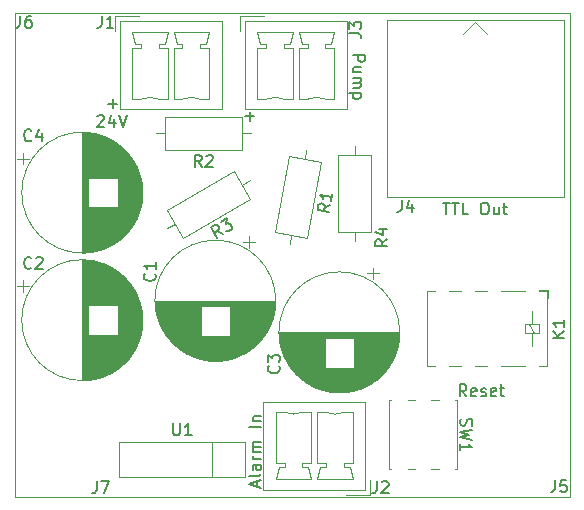
<source format=gto>
%TF.GenerationSoftware,KiCad,Pcbnew,(6.0.7)*%
%TF.CreationDate,2022-08-25T15:43:46-04:00*%
%TF.ProjectId,chiller_interlock,6368696c-6c65-4725-9f69-6e7465726c6f,rev?*%
%TF.SameCoordinates,Original*%
%TF.FileFunction,Legend,Top*%
%TF.FilePolarity,Positive*%
%FSLAX46Y46*%
G04 Gerber Fmt 4.6, Leading zero omitted, Abs format (unit mm)*
G04 Created by KiCad (PCBNEW (6.0.7)) date 2022-08-25 15:43:46*
%MOMM*%
%LPD*%
G01*
G04 APERTURE LIST*
%TA.AperFunction,Profile*%
%ADD10C,0.100000*%
%TD*%
%ADD11C,0.150000*%
%ADD12C,0.120000*%
G04 APERTURE END LIST*
D10*
X168000000Y-91000000D02*
X215000000Y-91000000D01*
X215000000Y-50000000D02*
X168000000Y-50000000D01*
X168000000Y-50000000D02*
X168000000Y-91000000D01*
X215000000Y-91000000D02*
X215000000Y-50000000D01*
D11*
X175009523Y-58747619D02*
X175057142Y-58700000D01*
X175152380Y-58652380D01*
X175390476Y-58652380D01*
X175485714Y-58700000D01*
X175533333Y-58747619D01*
X175580952Y-58842857D01*
X175580952Y-58938095D01*
X175533333Y-59080952D01*
X174961904Y-59652380D01*
X175580952Y-59652380D01*
X176438095Y-58985714D02*
X176438095Y-59652380D01*
X176200000Y-58604761D02*
X175961904Y-59319047D01*
X176580952Y-59319047D01*
X176819047Y-58652380D02*
X177152380Y-59652380D01*
X177485714Y-58652380D01*
X206261904Y-82452380D02*
X205928571Y-81976190D01*
X205690476Y-82452380D02*
X205690476Y-81452380D01*
X206071428Y-81452380D01*
X206166666Y-81500000D01*
X206214285Y-81547619D01*
X206261904Y-81642857D01*
X206261904Y-81785714D01*
X206214285Y-81880952D01*
X206166666Y-81928571D01*
X206071428Y-81976190D01*
X205690476Y-81976190D01*
X207071428Y-82404761D02*
X206976190Y-82452380D01*
X206785714Y-82452380D01*
X206690476Y-82404761D01*
X206642857Y-82309523D01*
X206642857Y-81928571D01*
X206690476Y-81833333D01*
X206785714Y-81785714D01*
X206976190Y-81785714D01*
X207071428Y-81833333D01*
X207119047Y-81928571D01*
X207119047Y-82023809D01*
X206642857Y-82119047D01*
X207500000Y-82404761D02*
X207595238Y-82452380D01*
X207785714Y-82452380D01*
X207880952Y-82404761D01*
X207928571Y-82309523D01*
X207928571Y-82261904D01*
X207880952Y-82166666D01*
X207785714Y-82119047D01*
X207642857Y-82119047D01*
X207547619Y-82071428D01*
X207500000Y-81976190D01*
X207500000Y-81928571D01*
X207547619Y-81833333D01*
X207642857Y-81785714D01*
X207785714Y-81785714D01*
X207880952Y-81833333D01*
X208738095Y-82404761D02*
X208642857Y-82452380D01*
X208452380Y-82452380D01*
X208357142Y-82404761D01*
X208309523Y-82309523D01*
X208309523Y-81928571D01*
X208357142Y-81833333D01*
X208452380Y-81785714D01*
X208642857Y-81785714D01*
X208738095Y-81833333D01*
X208785714Y-81928571D01*
X208785714Y-82023809D01*
X208309523Y-82119047D01*
X209071428Y-81785714D02*
X209452380Y-81785714D01*
X209214285Y-81452380D02*
X209214285Y-82309523D01*
X209261904Y-82404761D01*
X209357142Y-82452380D01*
X209452380Y-82452380D01*
X196647619Y-53566666D02*
X197647619Y-53566666D01*
X197647619Y-53947619D01*
X197600000Y-54042857D01*
X197552380Y-54090476D01*
X197457142Y-54138095D01*
X197314285Y-54138095D01*
X197219047Y-54090476D01*
X197171428Y-54042857D01*
X197123809Y-53947619D01*
X197123809Y-53566666D01*
X197314285Y-54995238D02*
X196647619Y-54995238D01*
X197314285Y-54566666D02*
X196790476Y-54566666D01*
X196695238Y-54614285D01*
X196647619Y-54709523D01*
X196647619Y-54852380D01*
X196695238Y-54947619D01*
X196742857Y-54995238D01*
X196647619Y-55471428D02*
X197314285Y-55471428D01*
X197219047Y-55471428D02*
X197266666Y-55519047D01*
X197314285Y-55614285D01*
X197314285Y-55757142D01*
X197266666Y-55852380D01*
X197171428Y-55900000D01*
X196647619Y-55900000D01*
X197171428Y-55900000D02*
X197266666Y-55947619D01*
X197314285Y-56042857D01*
X197314285Y-56185714D01*
X197266666Y-56280952D01*
X197171428Y-56328571D01*
X196647619Y-56328571D01*
X197314285Y-56804761D02*
X196314285Y-56804761D01*
X197266666Y-56804761D02*
X197314285Y-56900000D01*
X197314285Y-57090476D01*
X197266666Y-57185714D01*
X197219047Y-57233333D01*
X197123809Y-57280952D01*
X196838095Y-57280952D01*
X196742857Y-57233333D01*
X196695238Y-57185714D01*
X196647619Y-57090476D01*
X196647619Y-56900000D01*
X196695238Y-56804761D01*
X188566666Y-90100000D02*
X188566666Y-89623809D01*
X188852380Y-90195238D02*
X187852380Y-89861904D01*
X188852380Y-89528571D01*
X188852380Y-89052380D02*
X188804761Y-89147619D01*
X188709523Y-89195238D01*
X187852380Y-89195238D01*
X188852380Y-88242857D02*
X188328571Y-88242857D01*
X188233333Y-88290476D01*
X188185714Y-88385714D01*
X188185714Y-88576190D01*
X188233333Y-88671428D01*
X188804761Y-88242857D02*
X188852380Y-88338095D01*
X188852380Y-88576190D01*
X188804761Y-88671428D01*
X188709523Y-88719047D01*
X188614285Y-88719047D01*
X188519047Y-88671428D01*
X188471428Y-88576190D01*
X188471428Y-88338095D01*
X188423809Y-88242857D01*
X188852380Y-87766666D02*
X188185714Y-87766666D01*
X188376190Y-87766666D02*
X188280952Y-87719047D01*
X188233333Y-87671428D01*
X188185714Y-87576190D01*
X188185714Y-87480952D01*
X188852380Y-87147619D02*
X188185714Y-87147619D01*
X188280952Y-87147619D02*
X188233333Y-87100000D01*
X188185714Y-87004761D01*
X188185714Y-86861904D01*
X188233333Y-86766666D01*
X188328571Y-86719047D01*
X188852380Y-86719047D01*
X188328571Y-86719047D02*
X188233333Y-86671428D01*
X188185714Y-86576190D01*
X188185714Y-86433333D01*
X188233333Y-86338095D01*
X188328571Y-86290476D01*
X188852380Y-86290476D01*
X188852380Y-85052380D02*
X187852380Y-85052380D01*
X188185714Y-84576190D02*
X188852380Y-84576190D01*
X188280952Y-84576190D02*
X188233333Y-84528571D01*
X188185714Y-84433333D01*
X188185714Y-84290476D01*
X188233333Y-84195238D01*
X188328571Y-84147619D01*
X188852380Y-84147619D01*
X204285714Y-66052380D02*
X204857142Y-66052380D01*
X204571428Y-67052380D02*
X204571428Y-66052380D01*
X205047619Y-66052380D02*
X205619047Y-66052380D01*
X205333333Y-67052380D02*
X205333333Y-66052380D01*
X206428571Y-67052380D02*
X205952380Y-67052380D01*
X205952380Y-66052380D01*
X207714285Y-66052380D02*
X207904761Y-66052380D01*
X208000000Y-66100000D01*
X208095238Y-66195238D01*
X208142857Y-66385714D01*
X208142857Y-66719047D01*
X208095238Y-66909523D01*
X208000000Y-67004761D01*
X207904761Y-67052380D01*
X207714285Y-67052380D01*
X207619047Y-67004761D01*
X207523809Y-66909523D01*
X207476190Y-66719047D01*
X207476190Y-66385714D01*
X207523809Y-66195238D01*
X207619047Y-66100000D01*
X207714285Y-66052380D01*
X209000000Y-66385714D02*
X209000000Y-67052380D01*
X208571428Y-66385714D02*
X208571428Y-66909523D01*
X208619047Y-67004761D01*
X208714285Y-67052380D01*
X208857142Y-67052380D01*
X208952380Y-67004761D01*
X209000000Y-66957142D01*
X209333333Y-66385714D02*
X209714285Y-66385714D01*
X209476190Y-66052380D02*
X209476190Y-66909523D01*
X209523809Y-67004761D01*
X209619047Y-67052380D01*
X209714285Y-67052380D01*
X175919047Y-57671428D02*
X176680952Y-57671428D01*
X176300000Y-58052380D02*
X176300000Y-57290476D01*
X187519047Y-58721428D02*
X188280952Y-58721428D01*
X187900000Y-59102380D02*
X187900000Y-58340476D01*
%TO.C,R3*%
X185666852Y-68727586D02*
X185140082Y-68481860D01*
X185171981Y-69013301D02*
X184671981Y-68147275D01*
X185001895Y-67956799D01*
X185108183Y-67950419D01*
X185173232Y-67967849D01*
X185262091Y-68026518D01*
X185333519Y-68150236D01*
X185339899Y-68256524D01*
X185322469Y-68321573D01*
X185263800Y-68410431D01*
X184933886Y-68600907D01*
X185455528Y-67694894D02*
X185991639Y-67385370D01*
X185893440Y-67881951D01*
X186017157Y-67810523D01*
X186123446Y-67804143D01*
X186188494Y-67821573D01*
X186277353Y-67880242D01*
X186396400Y-68086439D01*
X186402780Y-68192727D01*
X186385350Y-68257775D01*
X186326681Y-68346634D01*
X186079245Y-68489491D01*
X185972957Y-68495871D01*
X185907908Y-68478441D01*
%TO.C,J4*%
X200766666Y-65852380D02*
X200766666Y-66566666D01*
X200719047Y-66709523D01*
X200623809Y-66804761D01*
X200480952Y-66852380D01*
X200385714Y-66852380D01*
X201671428Y-66185714D02*
X201671428Y-66852380D01*
X201433333Y-65804761D02*
X201195238Y-66519047D01*
X201814285Y-66519047D01*
%TO.C,J5*%
X213766666Y-89552380D02*
X213766666Y-90266666D01*
X213719047Y-90409523D01*
X213623809Y-90504761D01*
X213480952Y-90552380D01*
X213385714Y-90552380D01*
X214719047Y-89552380D02*
X214242857Y-89552380D01*
X214195238Y-90028571D01*
X214242857Y-89980952D01*
X214338095Y-89933333D01*
X214576190Y-89933333D01*
X214671428Y-89980952D01*
X214719047Y-90028571D01*
X214766666Y-90123809D01*
X214766666Y-90361904D01*
X214719047Y-90457142D01*
X214671428Y-90504761D01*
X214576190Y-90552380D01*
X214338095Y-90552380D01*
X214242857Y-90504761D01*
X214195238Y-90457142D01*
%TO.C,U1*%
X181438095Y-84752380D02*
X181438095Y-85561904D01*
X181485714Y-85657142D01*
X181533333Y-85704761D01*
X181628571Y-85752380D01*
X181819047Y-85752380D01*
X181914285Y-85704761D01*
X181961904Y-85657142D01*
X182009523Y-85561904D01*
X182009523Y-84752380D01*
X183009523Y-85752380D02*
X182438095Y-85752380D01*
X182723809Y-85752380D02*
X182723809Y-84752380D01*
X182628571Y-84895238D01*
X182533333Y-84990476D01*
X182438095Y-85038095D01*
%TO.C,K1*%
X214552380Y-77498095D02*
X213552380Y-77498095D01*
X214552380Y-76926666D02*
X213980952Y-77355238D01*
X213552380Y-76926666D02*
X214123809Y-77498095D01*
X214552380Y-75974285D02*
X214552380Y-76545714D01*
X214552380Y-76260000D02*
X213552380Y-76260000D01*
X213695238Y-76355238D01*
X213790476Y-76450476D01*
X213838095Y-76545714D01*
%TO.C,J2*%
X198666666Y-89652380D02*
X198666666Y-90366666D01*
X198619047Y-90509523D01*
X198523809Y-90604761D01*
X198380952Y-90652380D01*
X198285714Y-90652380D01*
X199095238Y-89747619D02*
X199142857Y-89700000D01*
X199238095Y-89652380D01*
X199476190Y-89652380D01*
X199571428Y-89700000D01*
X199619047Y-89747619D01*
X199666666Y-89842857D01*
X199666666Y-89938095D01*
X199619047Y-90080952D01*
X199047619Y-90652380D01*
X199666666Y-90652380D01*
%TO.C,C2*%
X169433333Y-71557142D02*
X169385714Y-71604761D01*
X169242857Y-71652380D01*
X169147619Y-71652380D01*
X169004761Y-71604761D01*
X168909523Y-71509523D01*
X168861904Y-71414285D01*
X168814285Y-71223809D01*
X168814285Y-71080952D01*
X168861904Y-70890476D01*
X168909523Y-70795238D01*
X169004761Y-70700000D01*
X169147619Y-70652380D01*
X169242857Y-70652380D01*
X169385714Y-70700000D01*
X169433333Y-70747619D01*
X169814285Y-70747619D02*
X169861904Y-70700000D01*
X169957142Y-70652380D01*
X170195238Y-70652380D01*
X170290476Y-70700000D01*
X170338095Y-70747619D01*
X170385714Y-70842857D01*
X170385714Y-70938095D01*
X170338095Y-71080952D01*
X169766666Y-71652380D01*
X170385714Y-71652380D01*
%TO.C,R1*%
X194750561Y-66254236D02*
X194223723Y-66499816D01*
X194651334Y-66816984D02*
X193666526Y-66643335D01*
X193732678Y-66268171D01*
X193796111Y-66182648D01*
X193851276Y-66144022D01*
X193953336Y-66113664D01*
X194094023Y-66138471D01*
X194179545Y-66201904D01*
X194218172Y-66257069D01*
X194248529Y-66359129D01*
X194182378Y-66734294D01*
X194915941Y-65316324D02*
X194816713Y-65879071D01*
X194866327Y-65597698D02*
X193881519Y-65424050D01*
X194005668Y-65542648D01*
X194082921Y-65652977D01*
X194113279Y-65755037D01*
%TO.C,J1*%
X175366666Y-50252380D02*
X175366666Y-50966666D01*
X175319047Y-51109523D01*
X175223809Y-51204761D01*
X175080952Y-51252380D01*
X174985714Y-51252380D01*
X176366666Y-51252380D02*
X175795238Y-51252380D01*
X176080952Y-51252380D02*
X176080952Y-50252380D01*
X175985714Y-50395238D01*
X175890476Y-50490476D01*
X175795238Y-50538095D01*
%TO.C,C4*%
X169433333Y-60757142D02*
X169385714Y-60804761D01*
X169242857Y-60852380D01*
X169147619Y-60852380D01*
X169004761Y-60804761D01*
X168909523Y-60709523D01*
X168861904Y-60614285D01*
X168814285Y-60423809D01*
X168814285Y-60280952D01*
X168861904Y-60090476D01*
X168909523Y-59995238D01*
X169004761Y-59900000D01*
X169147619Y-59852380D01*
X169242857Y-59852380D01*
X169385714Y-59900000D01*
X169433333Y-59947619D01*
X170290476Y-60185714D02*
X170290476Y-60852380D01*
X170052380Y-59804761D02*
X169814285Y-60519047D01*
X170433333Y-60519047D01*
%TO.C,J7*%
X174966666Y-89652380D02*
X174966666Y-90366666D01*
X174919047Y-90509523D01*
X174823809Y-90604761D01*
X174680952Y-90652380D01*
X174585714Y-90652380D01*
X175347619Y-89652380D02*
X176014285Y-89652380D01*
X175585714Y-90652380D01*
%TO.C,R4*%
X199552380Y-69166666D02*
X199076190Y-69500000D01*
X199552380Y-69738095D02*
X198552380Y-69738095D01*
X198552380Y-69357142D01*
X198600000Y-69261904D01*
X198647619Y-69214285D01*
X198742857Y-69166666D01*
X198885714Y-69166666D01*
X198980952Y-69214285D01*
X199028571Y-69261904D01*
X199076190Y-69357142D01*
X199076190Y-69738095D01*
X198885714Y-68309523D02*
X199552380Y-68309523D01*
X198504761Y-68547619D02*
X199219047Y-68785714D01*
X199219047Y-68166666D01*
%TO.C,C1*%
X179857142Y-72066666D02*
X179904761Y-72114285D01*
X179952380Y-72257142D01*
X179952380Y-72352380D01*
X179904761Y-72495238D01*
X179809523Y-72590476D01*
X179714285Y-72638095D01*
X179523809Y-72685714D01*
X179380952Y-72685714D01*
X179190476Y-72638095D01*
X179095238Y-72590476D01*
X179000000Y-72495238D01*
X178952380Y-72352380D01*
X178952380Y-72257142D01*
X179000000Y-72114285D01*
X179047619Y-72066666D01*
X179952380Y-71114285D02*
X179952380Y-71685714D01*
X179952380Y-71400000D02*
X178952380Y-71400000D01*
X179095238Y-71495238D01*
X179190476Y-71590476D01*
X179238095Y-71685714D01*
%TO.C,C3*%
X190357142Y-79866666D02*
X190404761Y-79914285D01*
X190452380Y-80057142D01*
X190452380Y-80152380D01*
X190404761Y-80295238D01*
X190309523Y-80390476D01*
X190214285Y-80438095D01*
X190023809Y-80485714D01*
X189880952Y-80485714D01*
X189690476Y-80438095D01*
X189595238Y-80390476D01*
X189500000Y-80295238D01*
X189452380Y-80152380D01*
X189452380Y-80057142D01*
X189500000Y-79914285D01*
X189547619Y-79866666D01*
X189452380Y-79533333D02*
X189452380Y-78914285D01*
X189833333Y-79247619D01*
X189833333Y-79104761D01*
X189880952Y-79009523D01*
X189928571Y-78961904D01*
X190023809Y-78914285D01*
X190261904Y-78914285D01*
X190357142Y-78961904D01*
X190404761Y-79009523D01*
X190452380Y-79104761D01*
X190452380Y-79390476D01*
X190404761Y-79485714D01*
X190357142Y-79533333D01*
%TO.C,SW1*%
X205795238Y-84366666D02*
X205747619Y-84509523D01*
X205747619Y-84747619D01*
X205795238Y-84842857D01*
X205842857Y-84890476D01*
X205938095Y-84938095D01*
X206033333Y-84938095D01*
X206128571Y-84890476D01*
X206176190Y-84842857D01*
X206223809Y-84747619D01*
X206271428Y-84557142D01*
X206319047Y-84461904D01*
X206366666Y-84414285D01*
X206461904Y-84366666D01*
X206557142Y-84366666D01*
X206652380Y-84414285D01*
X206700000Y-84461904D01*
X206747619Y-84557142D01*
X206747619Y-84795238D01*
X206700000Y-84938095D01*
X206747619Y-85271428D02*
X205747619Y-85509523D01*
X206461904Y-85700000D01*
X205747619Y-85890476D01*
X206747619Y-86128571D01*
X205747619Y-87033333D02*
X205747619Y-86461904D01*
X205747619Y-86747619D02*
X206747619Y-86747619D01*
X206604761Y-86652380D01*
X206509523Y-86557142D01*
X206461904Y-86461904D01*
%TO.C,R2*%
X183833333Y-63022380D02*
X183500000Y-62546190D01*
X183261904Y-63022380D02*
X183261904Y-62022380D01*
X183642857Y-62022380D01*
X183738095Y-62070000D01*
X183785714Y-62117619D01*
X183833333Y-62212857D01*
X183833333Y-62355714D01*
X183785714Y-62450952D01*
X183738095Y-62498571D01*
X183642857Y-62546190D01*
X183261904Y-62546190D01*
X184214285Y-62117619D02*
X184261904Y-62070000D01*
X184357142Y-62022380D01*
X184595238Y-62022380D01*
X184690476Y-62070000D01*
X184738095Y-62117619D01*
X184785714Y-62212857D01*
X184785714Y-62308095D01*
X184738095Y-62450952D01*
X184166666Y-63022380D01*
X184785714Y-63022380D01*
%TO.C,J6*%
X168466666Y-50252380D02*
X168466666Y-50966666D01*
X168419047Y-51109523D01*
X168323809Y-51204761D01*
X168180952Y-51252380D01*
X168085714Y-51252380D01*
X169371428Y-50252380D02*
X169180952Y-50252380D01*
X169085714Y-50300000D01*
X169038095Y-50347619D01*
X168942857Y-50490476D01*
X168895238Y-50680952D01*
X168895238Y-51061904D01*
X168942857Y-51157142D01*
X168990476Y-51204761D01*
X169085714Y-51252380D01*
X169276190Y-51252380D01*
X169371428Y-51204761D01*
X169419047Y-51157142D01*
X169466666Y-51061904D01*
X169466666Y-50823809D01*
X169419047Y-50728571D01*
X169371428Y-50680952D01*
X169276190Y-50633333D01*
X169085714Y-50633333D01*
X168990476Y-50680952D01*
X168942857Y-50728571D01*
X168895238Y-50823809D01*
%TO.C,J3*%
X196352380Y-51733333D02*
X197066666Y-51733333D01*
X197209523Y-51780952D01*
X197304761Y-51876190D01*
X197352380Y-52019047D01*
X197352380Y-52114285D01*
X196352380Y-51352380D02*
X196352380Y-50733333D01*
X196733333Y-51066666D01*
X196733333Y-50923809D01*
X196780952Y-50828571D01*
X196828571Y-50780952D01*
X196923809Y-50733333D01*
X197161904Y-50733333D01*
X197257142Y-50780952D01*
X197304761Y-50828571D01*
X197352380Y-50923809D01*
X197352380Y-51209523D01*
X197304761Y-51304761D01*
X197257142Y-51352380D01*
D12*
%TO.C,R3*%
X180883097Y-66648545D02*
X182253097Y-69021455D01*
X186546903Y-63378545D02*
X180883097Y-66648545D01*
X180901257Y-68220000D02*
X181568097Y-67835000D01*
X187916903Y-65751455D02*
X186546903Y-63378545D01*
X187898743Y-64180000D02*
X187231903Y-64565000D01*
X182253097Y-69021455D02*
X187916903Y-65751455D01*
%TO.C,J4*%
X199500000Y-65550000D02*
X199500000Y-50550000D01*
X214500000Y-50550000D02*
X214500000Y-65550000D01*
X207000000Y-50750000D02*
X206000000Y-51750000D01*
X214500000Y-65550000D02*
X199500000Y-65550000D01*
X199500000Y-50550000D02*
X214500000Y-50550000D01*
X207000000Y-50750000D02*
X208000000Y-51750000D01*
%TO.C,U1*%
X184740000Y-89300000D02*
X184740000Y-86300000D01*
X187530000Y-86300000D02*
X187530000Y-89300000D01*
X176870000Y-86300000D02*
X187530000Y-86300000D01*
X176870000Y-89300000D02*
X176870000Y-86300000D01*
X187530000Y-89300000D02*
X176870000Y-89300000D01*
%TO.C,K1*%
X211200000Y-79860000D02*
X209200000Y-79860000D01*
X211800000Y-76360000D02*
X211800000Y-75260000D01*
X213200000Y-73460000D02*
X213200000Y-74160000D01*
X203600000Y-73560000D02*
X202900000Y-73560000D01*
X212400000Y-77060000D02*
X212400000Y-76360000D01*
X208000000Y-79860000D02*
X207000000Y-79860000D01*
X212400000Y-73460000D02*
X213200000Y-73460000D01*
X213100000Y-79860000D02*
X212400000Y-79860000D01*
X203600000Y-79860000D02*
X202900000Y-79860000D01*
X211800000Y-77060000D02*
X211800000Y-78160000D01*
X212400000Y-73560000D02*
X213100000Y-73560000D01*
X204800000Y-73560000D02*
X205800000Y-73560000D01*
X211600000Y-76360000D02*
X212000000Y-77060000D01*
X202900000Y-79860000D02*
X202900000Y-73560000D01*
X211200000Y-76360000D02*
X211200000Y-77060000D01*
X209200000Y-73560000D02*
X211200000Y-73560000D01*
X212400000Y-76360000D02*
X211200000Y-76360000D01*
X205800000Y-79860000D02*
X204800000Y-79860000D01*
X211200000Y-77060000D02*
X212400000Y-77060000D01*
X213100000Y-73560000D02*
X213100000Y-79860000D01*
X207000000Y-73560000D02*
X208000000Y-73560000D01*
%TO.C,J2*%
X196632500Y-88107500D02*
X195882500Y-88107500D01*
X190132500Y-83807500D02*
X190882500Y-83807500D01*
X192882500Y-88457500D02*
X193132500Y-89457500D01*
X193632500Y-89457500D02*
X193882500Y-88457500D01*
X190882500Y-88107500D02*
X190132500Y-88107500D01*
X196632500Y-83807500D02*
X196632500Y-88107500D01*
X193132500Y-83807500D02*
X193132500Y-88107500D01*
X190382500Y-88457500D02*
X190882500Y-88457500D01*
X195882500Y-88107500D02*
X195882500Y-88457500D01*
X190882500Y-88457500D02*
X190882500Y-88107500D01*
X192382500Y-88107500D02*
X192382500Y-88457500D01*
X189072500Y-82947500D02*
X189072500Y-90417500D01*
X196382500Y-88457500D02*
X196632500Y-89457500D01*
X190132500Y-89457500D02*
X190382500Y-88457500D01*
X198082500Y-90807500D02*
X196082500Y-90807500D01*
X194382500Y-88457500D02*
X194382500Y-88107500D01*
X197692500Y-90417500D02*
X197692500Y-82947500D01*
X197692500Y-82947500D02*
X189072500Y-82947500D01*
X193882500Y-88457500D02*
X194382500Y-88457500D01*
X192382500Y-88457500D02*
X192882500Y-88457500D01*
X193132500Y-89457500D02*
X190132500Y-89457500D01*
X190132500Y-88107500D02*
X190132500Y-83807500D01*
X198082500Y-89557500D02*
X198082500Y-90807500D01*
X193632500Y-83807500D02*
X194382500Y-83807500D01*
X193132500Y-88107500D02*
X192382500Y-88107500D01*
X195882500Y-83807500D02*
X196632500Y-83807500D01*
X196632500Y-89457500D02*
X193632500Y-89457500D01*
X192382500Y-83807500D02*
X193132500Y-83807500D01*
X194382500Y-88107500D02*
X193632500Y-88107500D01*
X189072500Y-90417500D02*
X197692500Y-90417500D01*
X193632500Y-88107500D02*
X193632500Y-83807500D01*
X195882500Y-88457500D02*
X196382500Y-88457500D01*
X194382853Y-83807655D02*
G75*
G03*
X195882500Y-83807500I749647J1700155D01*
G01*
X190882853Y-83807655D02*
G75*
G03*
X192382500Y-83807500I749647J1700155D01*
G01*
%TO.C,C2*%
X174212323Y-70942000D02*
X174212323Y-81058000D01*
X175093323Y-77241000D02*
X175093323Y-80897000D01*
X177933323Y-73111000D02*
X177933323Y-78889000D01*
X178053323Y-73291000D02*
X178053323Y-78709000D01*
X178453323Y-74056000D02*
X178453323Y-77944000D01*
X175733323Y-77241000D02*
X175733323Y-80674000D01*
X178493323Y-74154000D02*
X178493323Y-77846000D01*
X174813323Y-77241000D02*
X174813323Y-80965000D01*
X175253323Y-77241000D02*
X175253323Y-80850000D01*
X173972323Y-70925000D02*
X173972323Y-81075000D01*
X177893323Y-73055000D02*
X177893323Y-78945000D01*
X176653323Y-71834000D02*
X176653323Y-74759000D01*
X175893323Y-77241000D02*
X175893323Y-80603000D01*
X176253323Y-77241000D02*
X176253323Y-80417000D01*
X174453323Y-70970000D02*
X174453323Y-74759000D01*
X175813323Y-71361000D02*
X175813323Y-74759000D01*
X175733323Y-71326000D02*
X175733323Y-74759000D01*
X174533323Y-70982000D02*
X174533323Y-74759000D01*
X174853323Y-77241000D02*
X174853323Y-80956000D01*
X177133323Y-72211000D02*
X177133323Y-79789000D01*
X178133323Y-73421000D02*
X178133323Y-78579000D01*
X178093323Y-73355000D02*
X178093323Y-78645000D01*
X175453323Y-71217000D02*
X175453323Y-74759000D01*
X176493323Y-71727000D02*
X176493323Y-74759000D01*
X176293323Y-77241000D02*
X176293323Y-80395000D01*
X176013323Y-71455000D02*
X176013323Y-74759000D01*
X176613323Y-71806000D02*
X176613323Y-74759000D01*
X175613323Y-71277000D02*
X175613323Y-74759000D01*
X176133323Y-77241000D02*
X176133323Y-80483000D01*
X175293323Y-71163000D02*
X175293323Y-74759000D01*
X175293323Y-77241000D02*
X175293323Y-80837000D01*
X175413323Y-77241000D02*
X175413323Y-80797000D01*
X176573323Y-71779000D02*
X176573323Y-74759000D01*
X175173323Y-77241000D02*
X175173323Y-80874000D01*
X178773323Y-75138000D02*
X178773323Y-76862000D01*
X178333323Y-73791000D02*
X178333323Y-78209000D01*
X176413323Y-71677000D02*
X176413323Y-74759000D01*
X175373323Y-71189000D02*
X175373323Y-74759000D01*
X176533323Y-71753000D02*
X176533323Y-74759000D01*
X177333323Y-72399000D02*
X177333323Y-79601000D01*
X178013323Y-73230000D02*
X178013323Y-78770000D01*
X176333323Y-77241000D02*
X176333323Y-80371000D01*
X178253323Y-73635000D02*
X178253323Y-78365000D01*
X174733323Y-77241000D02*
X174733323Y-80982000D01*
X178733323Y-74938000D02*
X178733323Y-77062000D01*
X177693323Y-72794000D02*
X177693323Y-79206000D01*
X175573323Y-71262000D02*
X175573323Y-74759000D01*
X176333323Y-71629000D02*
X176333323Y-74759000D01*
X174613323Y-70996000D02*
X174613323Y-74759000D01*
X176253323Y-71583000D02*
X176253323Y-74759000D01*
X177493323Y-72564000D02*
X177493323Y-79436000D01*
X175773323Y-71343000D02*
X175773323Y-74759000D01*
X176213323Y-77241000D02*
X176213323Y-80440000D01*
X176693323Y-71862000D02*
X176693323Y-74759000D01*
X174332323Y-77241000D02*
X174332323Y-81045000D01*
X176373323Y-77241000D02*
X176373323Y-80347000D01*
X176093323Y-71496000D02*
X176093323Y-74759000D01*
X174693323Y-71010000D02*
X174693323Y-74759000D01*
X174493323Y-70976000D02*
X174493323Y-74759000D01*
X174012323Y-70927000D02*
X174012323Y-81073000D01*
X177773323Y-72894000D02*
X177773323Y-79106000D01*
X176573323Y-77241000D02*
X176573323Y-80221000D01*
X178213323Y-73561000D02*
X178213323Y-78439000D01*
X177373323Y-72439000D02*
X177373323Y-79561000D01*
X174733323Y-71018000D02*
X174733323Y-74759000D01*
X176173323Y-71538000D02*
X176173323Y-74759000D01*
X173772323Y-70920000D02*
X173772323Y-81080000D01*
X175373323Y-77241000D02*
X175373323Y-80811000D01*
X176053323Y-77241000D02*
X176053323Y-80525000D01*
X174412323Y-70965000D02*
X174412323Y-74759000D01*
X174252323Y-77241000D02*
X174252323Y-81054000D01*
X178293323Y-73711000D02*
X178293323Y-78289000D01*
X176853323Y-71980000D02*
X176853323Y-80020000D01*
X174973323Y-71072000D02*
X174973323Y-74759000D01*
X176413323Y-77241000D02*
X176413323Y-80323000D01*
X174893323Y-77241000D02*
X174893323Y-80947000D01*
X174372323Y-77241000D02*
X174372323Y-81040000D01*
X175973323Y-77241000D02*
X175973323Y-80564000D01*
X175413323Y-71203000D02*
X175413323Y-74759000D01*
X176453323Y-77241000D02*
X176453323Y-80298000D01*
X176733323Y-71890000D02*
X176733323Y-80110000D01*
X174533323Y-77241000D02*
X174533323Y-81018000D01*
X173892323Y-70922000D02*
X173892323Y-81078000D01*
X174332323Y-70955000D02*
X174332323Y-74759000D01*
X177813323Y-72946000D02*
X177813323Y-79054000D01*
X176493323Y-77241000D02*
X176493323Y-80273000D01*
X174453323Y-77241000D02*
X174453323Y-81030000D01*
X175693323Y-71310000D02*
X175693323Y-74759000D01*
X175333323Y-77241000D02*
X175333323Y-80824000D01*
X176613323Y-77241000D02*
X176613323Y-80194000D01*
X176933323Y-72043000D02*
X176933323Y-79957000D01*
X175013323Y-77241000D02*
X175013323Y-80918000D01*
X175613323Y-77241000D02*
X175613323Y-80723000D01*
X173852323Y-70921000D02*
X173852323Y-81079000D01*
X177213323Y-72284000D02*
X177213323Y-79716000D01*
X174933323Y-71062000D02*
X174933323Y-74759000D01*
X175213323Y-71138000D02*
X175213323Y-74759000D01*
X174693323Y-77241000D02*
X174693323Y-80990000D01*
X177573323Y-72653000D02*
X177573323Y-79347000D01*
X177613323Y-72699000D02*
X177613323Y-79301000D01*
X173932323Y-70923000D02*
X173932323Y-81077000D01*
X174292323Y-70950000D02*
X174292323Y-74759000D01*
X174773323Y-77241000D02*
X174773323Y-80974000D01*
X178613323Y-74490000D02*
X178613323Y-77510000D01*
X177973323Y-73170000D02*
X177973323Y-78830000D01*
X175053323Y-71093000D02*
X175053323Y-74759000D01*
X175453323Y-77241000D02*
X175453323Y-80783000D01*
X175693323Y-77241000D02*
X175693323Y-80690000D01*
X174412323Y-77241000D02*
X174412323Y-81035000D01*
X178533323Y-74258000D02*
X178533323Y-77742000D01*
X177413323Y-72480000D02*
X177413323Y-79520000D01*
X175133323Y-71115000D02*
X175133323Y-74759000D01*
X175893323Y-71397000D02*
X175893323Y-74759000D01*
X174653323Y-77241000D02*
X174653323Y-80997000D01*
X176893323Y-72011000D02*
X176893323Y-79989000D01*
X178573323Y-74370000D02*
X178573323Y-77630000D01*
X174613323Y-77241000D02*
X174613323Y-81004000D01*
X174252323Y-70946000D02*
X174252323Y-74759000D01*
X175653323Y-71293000D02*
X175653323Y-74759000D01*
X174292323Y-77241000D02*
X174292323Y-81050000D01*
X175533323Y-77241000D02*
X175533323Y-80754000D01*
X174573323Y-77241000D02*
X174573323Y-81011000D01*
X176373323Y-71653000D02*
X176373323Y-74759000D01*
X177253323Y-72321000D02*
X177253323Y-79679000D01*
X176653323Y-77241000D02*
X176653323Y-80166000D01*
X175333323Y-71176000D02*
X175333323Y-74759000D01*
X175773323Y-77241000D02*
X175773323Y-80657000D01*
X175853323Y-77241000D02*
X175853323Y-80621000D01*
X175533323Y-71246000D02*
X175533323Y-74759000D01*
X174092323Y-70932000D02*
X174092323Y-81068000D01*
X174573323Y-70989000D02*
X174573323Y-74759000D01*
X178693323Y-74770000D02*
X178693323Y-77230000D01*
X174893323Y-71053000D02*
X174893323Y-74759000D01*
X174773323Y-71026000D02*
X174773323Y-74759000D01*
X176013323Y-77241000D02*
X176013323Y-80545000D01*
X174372323Y-70960000D02*
X174372323Y-74759000D01*
X177453323Y-72522000D02*
X177453323Y-79478000D01*
X177293323Y-72360000D02*
X177293323Y-79640000D01*
X176533323Y-77241000D02*
X176533323Y-80247000D01*
X178413323Y-73963000D02*
X178413323Y-78037000D01*
X175813323Y-77241000D02*
X175813323Y-80639000D01*
X176813323Y-71950000D02*
X176813323Y-80050000D01*
X177093323Y-72176000D02*
X177093323Y-79824000D01*
X176213323Y-71560000D02*
X176213323Y-74759000D01*
X178653323Y-74622000D02*
X178653323Y-77378000D01*
X174853323Y-71044000D02*
X174853323Y-74759000D01*
X176693323Y-77241000D02*
X176693323Y-80138000D01*
X176173323Y-77241000D02*
X176173323Y-80462000D01*
X175973323Y-71436000D02*
X175973323Y-74759000D01*
X174973323Y-77241000D02*
X174973323Y-80928000D01*
X176973323Y-72075000D02*
X176973323Y-79925000D01*
X177533323Y-72608000D02*
X177533323Y-79392000D01*
X174493323Y-77241000D02*
X174493323Y-81024000D01*
X175053323Y-77241000D02*
X175053323Y-80907000D01*
X177733323Y-72844000D02*
X177733323Y-79156000D01*
X175013323Y-71082000D02*
X175013323Y-74759000D01*
X176773323Y-71920000D02*
X176773323Y-80080000D01*
X173732323Y-70920000D02*
X173732323Y-81080000D01*
X173812323Y-70920000D02*
X173812323Y-81080000D01*
X168752677Y-72625000D02*
X168752677Y-73625000D01*
X178173323Y-73490000D02*
X178173323Y-78510000D01*
X174653323Y-71003000D02*
X174653323Y-74759000D01*
X176053323Y-71475000D02*
X176053323Y-74759000D01*
X177173323Y-72247000D02*
X177173323Y-79753000D01*
X175853323Y-71379000D02*
X175853323Y-74759000D01*
X175653323Y-77241000D02*
X175653323Y-80707000D01*
X175093323Y-71103000D02*
X175093323Y-74759000D01*
X174052323Y-70930000D02*
X174052323Y-81070000D01*
X177853323Y-73000000D02*
X177853323Y-79000000D01*
X176133323Y-71517000D02*
X176133323Y-74759000D01*
X175253323Y-71150000D02*
X175253323Y-74759000D01*
X176093323Y-77241000D02*
X176093323Y-80504000D01*
X175133323Y-77241000D02*
X175133323Y-80885000D01*
X175173323Y-71126000D02*
X175173323Y-74759000D01*
X177653323Y-72746000D02*
X177653323Y-79254000D01*
X174933323Y-77241000D02*
X174933323Y-80938000D01*
X176453323Y-71702000D02*
X176453323Y-74759000D01*
X168252677Y-73125000D02*
X169252677Y-73125000D01*
X175933323Y-77241000D02*
X175933323Y-80584000D01*
X177053323Y-72142000D02*
X177053323Y-79858000D01*
X176293323Y-71605000D02*
X176293323Y-74759000D01*
X175493323Y-71232000D02*
X175493323Y-74759000D01*
X178373323Y-73875000D02*
X178373323Y-78125000D01*
X174813323Y-71035000D02*
X174813323Y-74759000D01*
X174172323Y-70938000D02*
X174172323Y-81062000D01*
X177013323Y-72108000D02*
X177013323Y-79892000D01*
X175573323Y-77241000D02*
X175573323Y-80738000D01*
X174132323Y-70935000D02*
X174132323Y-81065000D01*
X175213323Y-77241000D02*
X175213323Y-80862000D01*
X178813323Y-75401000D02*
X178813323Y-76599000D01*
X175933323Y-71416000D02*
X175933323Y-74759000D01*
X175493323Y-77241000D02*
X175493323Y-80768000D01*
X178852323Y-76000000D02*
G75*
G03*
X178852323Y-76000000I-5120000J0D01*
G01*
%TO.C,R1*%
X192781357Y-69058220D02*
X193917016Y-62617577D01*
X191218643Y-62141781D02*
X190082984Y-68582424D01*
X190082984Y-68582424D02*
X192781357Y-69058220D01*
X192701539Y-61621377D02*
X192567830Y-62379679D01*
X191298462Y-69578624D02*
X191432171Y-68820322D01*
X193917016Y-62617577D02*
X191218643Y-62141781D01*
%TO.C,J1*%
X178717500Y-52992500D02*
X178717500Y-52642500D01*
X183717500Y-52992500D02*
X184467500Y-52992500D01*
X181717500Y-52642500D02*
X181467500Y-51642500D01*
X176517500Y-51542500D02*
X176517500Y-50292500D01*
X181467500Y-51642500D02*
X184467500Y-51642500D01*
X183717500Y-52642500D02*
X183717500Y-52992500D01*
X184467500Y-57292500D02*
X183717500Y-57292500D01*
X182217500Y-52642500D02*
X181717500Y-52642500D01*
X177967500Y-52992500D02*
X178717500Y-52992500D01*
X182217500Y-52992500D02*
X182217500Y-52642500D01*
X184467500Y-51642500D02*
X184217500Y-52642500D01*
X181467500Y-57292500D02*
X181467500Y-52992500D01*
X184467500Y-52992500D02*
X184467500Y-57292500D01*
X185527500Y-50682500D02*
X176907500Y-50682500D01*
X184217500Y-52642500D02*
X183717500Y-52642500D01*
X181467500Y-52992500D02*
X182217500Y-52992500D01*
X180967500Y-51642500D02*
X180717500Y-52642500D01*
X178717500Y-57292500D02*
X177967500Y-57292500D01*
X176517500Y-50292500D02*
X178517500Y-50292500D01*
X182217500Y-57292500D02*
X181467500Y-57292500D01*
X185527500Y-58152500D02*
X185527500Y-50682500D01*
X178717500Y-52642500D02*
X178217500Y-52642500D01*
X176907500Y-50682500D02*
X176907500Y-58152500D01*
X178217500Y-52642500D02*
X177967500Y-51642500D01*
X176907500Y-58152500D02*
X185527500Y-58152500D01*
X180217500Y-52992500D02*
X180967500Y-52992500D01*
X177967500Y-51642500D02*
X180967500Y-51642500D01*
X180717500Y-52642500D02*
X180217500Y-52642500D01*
X177967500Y-57292500D02*
X177967500Y-52992500D01*
X180967500Y-57292500D02*
X180217500Y-57292500D01*
X180967500Y-52992500D02*
X180967500Y-57292500D01*
X180217500Y-52642500D02*
X180217500Y-52992500D01*
X180217147Y-57292345D02*
G75*
G03*
X178717500Y-57292500I-749647J-1700155D01*
G01*
X183717147Y-57292345D02*
G75*
G03*
X182217500Y-57292500I-749647J-1700155D01*
G01*
%TO.C,C4*%
X175453323Y-60417000D02*
X175453323Y-63959000D01*
X174533323Y-66441000D02*
X174533323Y-70218000D01*
X175973323Y-60636000D02*
X175973323Y-63959000D01*
X174493323Y-66441000D02*
X174493323Y-70224000D01*
X173772323Y-60120000D02*
X173772323Y-70280000D01*
X178453323Y-63256000D02*
X178453323Y-67144000D01*
X178733323Y-64138000D02*
X178733323Y-66262000D01*
X175013323Y-66441000D02*
X175013323Y-70118000D01*
X177373323Y-61639000D02*
X177373323Y-68761000D01*
X175413323Y-66441000D02*
X175413323Y-69997000D01*
X175813323Y-60561000D02*
X175813323Y-63959000D01*
X175213323Y-60338000D02*
X175213323Y-63959000D01*
X176293323Y-66441000D02*
X176293323Y-69595000D01*
X176973323Y-61275000D02*
X176973323Y-69125000D01*
X175693323Y-60510000D02*
X175693323Y-63959000D01*
X175093323Y-60303000D02*
X175093323Y-63959000D01*
X176493323Y-60927000D02*
X176493323Y-63959000D01*
X174733323Y-66441000D02*
X174733323Y-70182000D01*
X176853323Y-61180000D02*
X176853323Y-69220000D01*
X174252323Y-66441000D02*
X174252323Y-70254000D01*
X175733323Y-66441000D02*
X175733323Y-69874000D01*
X178093323Y-62555000D02*
X178093323Y-67845000D01*
X175773323Y-66441000D02*
X175773323Y-69857000D01*
X177133323Y-61411000D02*
X177133323Y-68989000D01*
X177293323Y-61560000D02*
X177293323Y-68840000D01*
X174973323Y-66441000D02*
X174973323Y-70128000D01*
X177853323Y-62200000D02*
X177853323Y-68200000D01*
X174412323Y-60165000D02*
X174412323Y-63959000D01*
X176133323Y-66441000D02*
X176133323Y-69683000D01*
X174853323Y-60244000D02*
X174853323Y-63959000D01*
X178173323Y-62690000D02*
X178173323Y-67710000D01*
X176373323Y-60853000D02*
X176373323Y-63959000D01*
X175333323Y-60376000D02*
X175333323Y-63959000D01*
X174332323Y-60155000D02*
X174332323Y-63959000D01*
X178693323Y-63970000D02*
X178693323Y-66430000D01*
X175973323Y-66441000D02*
X175973323Y-69764000D01*
X178053323Y-62491000D02*
X178053323Y-67909000D01*
X174613323Y-66441000D02*
X174613323Y-70204000D01*
X173932323Y-60123000D02*
X173932323Y-70277000D01*
X176413323Y-60877000D02*
X176413323Y-63959000D01*
X175653323Y-60493000D02*
X175653323Y-63959000D01*
X175573323Y-66441000D02*
X175573323Y-69938000D01*
X175733323Y-60526000D02*
X175733323Y-63959000D01*
X175253323Y-66441000D02*
X175253323Y-70050000D01*
X177053323Y-61342000D02*
X177053323Y-69058000D01*
X178413323Y-63163000D02*
X178413323Y-67237000D01*
X176693323Y-66441000D02*
X176693323Y-69338000D01*
X174372323Y-66441000D02*
X174372323Y-70240000D01*
X173892323Y-60122000D02*
X173892323Y-70278000D01*
X175253323Y-60350000D02*
X175253323Y-63959000D01*
X175333323Y-66441000D02*
X175333323Y-70024000D01*
X175613323Y-60477000D02*
X175613323Y-63959000D01*
X175293323Y-60363000D02*
X175293323Y-63959000D01*
X178533323Y-63458000D02*
X178533323Y-66942000D01*
X174693323Y-60210000D02*
X174693323Y-63959000D01*
X176053323Y-60675000D02*
X176053323Y-63959000D01*
X174453323Y-66441000D02*
X174453323Y-70230000D01*
X176373323Y-66441000D02*
X176373323Y-69547000D01*
X174733323Y-60218000D02*
X174733323Y-63959000D01*
X176893323Y-61211000D02*
X176893323Y-69189000D01*
X174412323Y-66441000D02*
X174412323Y-70235000D01*
X176613323Y-66441000D02*
X176613323Y-69394000D01*
X173972323Y-60125000D02*
X173972323Y-70275000D01*
X177573323Y-61853000D02*
X177573323Y-68547000D01*
X176453323Y-66441000D02*
X176453323Y-69498000D01*
X178573323Y-63570000D02*
X178573323Y-66830000D01*
X174693323Y-66441000D02*
X174693323Y-70190000D01*
X176613323Y-61006000D02*
X176613323Y-63959000D01*
X178213323Y-62761000D02*
X178213323Y-67639000D01*
X176333323Y-60829000D02*
X176333323Y-63959000D01*
X175133323Y-66441000D02*
X175133323Y-70085000D01*
X173852323Y-60121000D02*
X173852323Y-70279000D01*
X176573323Y-66441000D02*
X176573323Y-69421000D01*
X177453323Y-61722000D02*
X177453323Y-68678000D01*
X176453323Y-60902000D02*
X176453323Y-63959000D01*
X175373323Y-60389000D02*
X175373323Y-63959000D01*
X177253323Y-61521000D02*
X177253323Y-68879000D01*
X174813323Y-66441000D02*
X174813323Y-70165000D01*
X176013323Y-66441000D02*
X176013323Y-69745000D01*
X175053323Y-66441000D02*
X175053323Y-70107000D01*
X175933323Y-60616000D02*
X175933323Y-63959000D01*
X178013323Y-62430000D02*
X178013323Y-67970000D01*
X175493323Y-60432000D02*
X175493323Y-63959000D01*
X174132323Y-60135000D02*
X174132323Y-70265000D01*
X177933323Y-62311000D02*
X177933323Y-68089000D01*
X175173323Y-66441000D02*
X175173323Y-70074000D01*
X174933323Y-60262000D02*
X174933323Y-63959000D01*
X177333323Y-61599000D02*
X177333323Y-68801000D01*
X174332323Y-66441000D02*
X174332323Y-70245000D01*
X174573323Y-66441000D02*
X174573323Y-70211000D01*
X176093323Y-66441000D02*
X176093323Y-69704000D01*
X175773323Y-60543000D02*
X175773323Y-63959000D01*
X178373323Y-63075000D02*
X178373323Y-67325000D01*
X175173323Y-60326000D02*
X175173323Y-63959000D01*
X177653323Y-61946000D02*
X177653323Y-68454000D01*
X176573323Y-60979000D02*
X176573323Y-63959000D01*
X175533323Y-60446000D02*
X175533323Y-63959000D01*
X178653323Y-63822000D02*
X178653323Y-66578000D01*
X175013323Y-60282000D02*
X175013323Y-63959000D01*
X176933323Y-61243000D02*
X176933323Y-69157000D01*
X175693323Y-66441000D02*
X175693323Y-69890000D01*
X176813323Y-61150000D02*
X176813323Y-69250000D01*
X174212323Y-60142000D02*
X174212323Y-70258000D01*
X175933323Y-66441000D02*
X175933323Y-69784000D01*
X177813323Y-62146000D02*
X177813323Y-68254000D01*
X178333323Y-62991000D02*
X178333323Y-67409000D01*
X175493323Y-66441000D02*
X175493323Y-69968000D01*
X175893323Y-60597000D02*
X175893323Y-63959000D01*
X174973323Y-60272000D02*
X174973323Y-63959000D01*
X176253323Y-60783000D02*
X176253323Y-63959000D01*
X175373323Y-66441000D02*
X175373323Y-70011000D01*
X175573323Y-60462000D02*
X175573323Y-63959000D01*
X177613323Y-61899000D02*
X177613323Y-68501000D01*
X176533323Y-66441000D02*
X176533323Y-69447000D01*
X178253323Y-62835000D02*
X178253323Y-67565000D01*
X176533323Y-60953000D02*
X176533323Y-63959000D01*
X178293323Y-62911000D02*
X178293323Y-67489000D01*
X178493323Y-63354000D02*
X178493323Y-67046000D01*
X176093323Y-60696000D02*
X176093323Y-63959000D01*
X175853323Y-60579000D02*
X175853323Y-63959000D01*
X177413323Y-61680000D02*
X177413323Y-68720000D01*
X174653323Y-60203000D02*
X174653323Y-63959000D01*
X176053323Y-66441000D02*
X176053323Y-69725000D01*
X174292323Y-66441000D02*
X174292323Y-70250000D01*
X174573323Y-60189000D02*
X174573323Y-63959000D01*
X177493323Y-61764000D02*
X177493323Y-68636000D01*
X176013323Y-60655000D02*
X176013323Y-63959000D01*
X176653323Y-61034000D02*
X176653323Y-63959000D01*
X174813323Y-60235000D02*
X174813323Y-63959000D01*
X174893323Y-60253000D02*
X174893323Y-63959000D01*
X175213323Y-66441000D02*
X175213323Y-70062000D01*
X176693323Y-61062000D02*
X176693323Y-63959000D01*
X177213323Y-61484000D02*
X177213323Y-68916000D01*
X178773323Y-64338000D02*
X178773323Y-66062000D01*
X176293323Y-60805000D02*
X176293323Y-63959000D01*
X173812323Y-60120000D02*
X173812323Y-70280000D01*
X174893323Y-66441000D02*
X174893323Y-70147000D01*
X176213323Y-66441000D02*
X176213323Y-69640000D01*
X176173323Y-60738000D02*
X176173323Y-63959000D01*
X174853323Y-66441000D02*
X174853323Y-70156000D01*
X178133323Y-62621000D02*
X178133323Y-67779000D01*
X174453323Y-60170000D02*
X174453323Y-63959000D01*
X176173323Y-66441000D02*
X176173323Y-69662000D01*
X174172323Y-60138000D02*
X174172323Y-70262000D01*
X176653323Y-66441000D02*
X176653323Y-69366000D01*
X178613323Y-63690000D02*
X178613323Y-66710000D01*
X176133323Y-60717000D02*
X176133323Y-63959000D01*
X176253323Y-66441000D02*
X176253323Y-69617000D01*
X174052323Y-60130000D02*
X174052323Y-70270000D01*
X174292323Y-60150000D02*
X174292323Y-63959000D01*
X175133323Y-60315000D02*
X175133323Y-63959000D01*
X174092323Y-60132000D02*
X174092323Y-70268000D01*
X175613323Y-66441000D02*
X175613323Y-69923000D01*
X177693323Y-61994000D02*
X177693323Y-68406000D01*
X176413323Y-66441000D02*
X176413323Y-69523000D01*
X176773323Y-61120000D02*
X176773323Y-69280000D01*
X175413323Y-60403000D02*
X175413323Y-63959000D01*
X168252677Y-62325000D02*
X169252677Y-62325000D01*
X175533323Y-66441000D02*
X175533323Y-69954000D01*
X174613323Y-60196000D02*
X174613323Y-63959000D01*
X175653323Y-66441000D02*
X175653323Y-69907000D01*
X175293323Y-66441000D02*
X175293323Y-70037000D01*
X176333323Y-66441000D02*
X176333323Y-69571000D01*
X176213323Y-60760000D02*
X176213323Y-63959000D01*
X174493323Y-60176000D02*
X174493323Y-63959000D01*
X177533323Y-61808000D02*
X177533323Y-68592000D01*
X174933323Y-66441000D02*
X174933323Y-70138000D01*
X177733323Y-62044000D02*
X177733323Y-68356000D01*
X174653323Y-66441000D02*
X174653323Y-70197000D01*
X173732323Y-60120000D02*
X173732323Y-70280000D01*
X174773323Y-60226000D02*
X174773323Y-63959000D01*
X174012323Y-60127000D02*
X174012323Y-70273000D01*
X177013323Y-61308000D02*
X177013323Y-69092000D01*
X175813323Y-66441000D02*
X175813323Y-69839000D01*
X174533323Y-60182000D02*
X174533323Y-63959000D01*
X168752677Y-61825000D02*
X168752677Y-62825000D01*
X177973323Y-62370000D02*
X177973323Y-68030000D01*
X174372323Y-60160000D02*
X174372323Y-63959000D01*
X176493323Y-66441000D02*
X176493323Y-69473000D01*
X174252323Y-60146000D02*
X174252323Y-63959000D01*
X175093323Y-66441000D02*
X175093323Y-70097000D01*
X177773323Y-62094000D02*
X177773323Y-68306000D01*
X176733323Y-61090000D02*
X176733323Y-69310000D01*
X175893323Y-66441000D02*
X175893323Y-69803000D01*
X177893323Y-62255000D02*
X177893323Y-68145000D01*
X175453323Y-66441000D02*
X175453323Y-69983000D01*
X175053323Y-60293000D02*
X175053323Y-63959000D01*
X175853323Y-66441000D02*
X175853323Y-69821000D01*
X177093323Y-61376000D02*
X177093323Y-69024000D01*
X174773323Y-66441000D02*
X174773323Y-70174000D01*
X178813323Y-64601000D02*
X178813323Y-65799000D01*
X177173323Y-61447000D02*
X177173323Y-68953000D01*
X178852323Y-65200000D02*
G75*
G03*
X178852323Y-65200000I-5120000J0D01*
G01*
%TO.C,R4*%
X196800000Y-69340000D02*
X196800000Y-68570000D01*
X198170000Y-68570000D02*
X198170000Y-62030000D01*
X198170000Y-62030000D02*
X195430000Y-62030000D01*
X195430000Y-68570000D02*
X198170000Y-68570000D01*
X195430000Y-62030000D02*
X195430000Y-68570000D01*
X196800000Y-61260000D02*
X196800000Y-62030000D01*
%TO.C,C1*%
X189603000Y-76511000D02*
X186241000Y-76511000D01*
X189897000Y-75711000D02*
X186241000Y-75711000D01*
X183759000Y-76951000D02*
X180629000Y-76951000D01*
X183759000Y-75271000D02*
X180003000Y-75271000D01*
X187209000Y-78951000D02*
X182791000Y-78951000D01*
X190080000Y-74350000D02*
X179920000Y-74350000D01*
X186742000Y-79151000D02*
X183258000Y-79151000D01*
X189674000Y-76351000D02*
X186241000Y-76351000D01*
X187365000Y-78871000D02*
X182635000Y-78871000D01*
X186510000Y-79231000D02*
X183490000Y-79231000D01*
X189874000Y-75791000D02*
X186241000Y-75791000D01*
X190080000Y-74430000D02*
X179920000Y-74430000D01*
X190075000Y-74590000D02*
X179925000Y-74590000D01*
X190050000Y-74910000D02*
X186241000Y-74910000D01*
X189525000Y-76671000D02*
X186241000Y-76671000D01*
X185862000Y-79391000D02*
X184138000Y-79391000D01*
X186230000Y-79311000D02*
X183770000Y-79311000D01*
X190011000Y-75191000D02*
X186241000Y-75191000D01*
X187125000Y-78991000D02*
X182875000Y-78991000D01*
X188601000Y-77951000D02*
X181399000Y-77951000D01*
X189918000Y-75631000D02*
X186241000Y-75631000D01*
X189783000Y-76071000D02*
X186241000Y-76071000D01*
X189545000Y-76631000D02*
X186241000Y-76631000D01*
X190040000Y-74990000D02*
X186241000Y-74990000D01*
X189837000Y-75911000D02*
X186241000Y-75911000D01*
X190078000Y-74510000D02*
X179922000Y-74510000D01*
X183759000Y-75951000D02*
X180176000Y-75951000D01*
X183759000Y-75551000D02*
X180062000Y-75551000D01*
X190073000Y-74630000D02*
X179927000Y-74630000D01*
X189298000Y-77071000D02*
X186241000Y-77071000D01*
X183759000Y-75151000D02*
X179982000Y-75151000D01*
X190079000Y-74470000D02*
X179921000Y-74470000D01*
X190024000Y-75111000D02*
X186241000Y-75111000D01*
X189080000Y-77391000D02*
X180920000Y-77391000D01*
X188789000Y-77751000D02*
X181211000Y-77751000D01*
X183759000Y-75591000D02*
X180072000Y-75591000D01*
X189982000Y-75351000D02*
X186241000Y-75351000D01*
X183759000Y-76391000D02*
X180343000Y-76391000D01*
X190054000Y-74870000D02*
X186241000Y-74870000D01*
X183759000Y-76511000D02*
X180397000Y-76511000D01*
X183759000Y-75311000D02*
X180010000Y-75311000D01*
X189166000Y-77271000D02*
X186241000Y-77271000D01*
X183759000Y-75030000D02*
X179965000Y-75030000D01*
X183759000Y-75631000D02*
X180082000Y-75631000D01*
X183759000Y-75391000D02*
X180026000Y-75391000D01*
X189417000Y-76871000D02*
X186241000Y-76871000D01*
X187579000Y-78751000D02*
X182421000Y-78751000D01*
X189885000Y-75751000D02*
X186241000Y-75751000D01*
X183759000Y-76311000D02*
X180310000Y-76311000D01*
X187645000Y-78711000D02*
X182355000Y-78711000D01*
X189690000Y-76311000D02*
X186241000Y-76311000D01*
X189797000Y-76031000D02*
X186241000Y-76031000D01*
X183759000Y-75351000D02*
X180018000Y-75351000D01*
X188301000Y-78231000D02*
X181699000Y-78231000D01*
X183759000Y-76751000D02*
X180517000Y-76751000D01*
X189347000Y-76991000D02*
X186241000Y-76991000D01*
X190045000Y-74950000D02*
X186241000Y-74950000D01*
X187037000Y-79031000D02*
X182963000Y-79031000D01*
X188254000Y-78271000D02*
X181746000Y-78271000D01*
X183759000Y-76831000D02*
X180560000Y-76831000D01*
X183759000Y-77071000D02*
X180702000Y-77071000D01*
X187289000Y-78911000D02*
X182711000Y-78911000D01*
X189947000Y-75511000D02*
X186241000Y-75511000D01*
X189395000Y-76911000D02*
X186241000Y-76911000D01*
X183759000Y-75231000D02*
X179996000Y-75231000D01*
X186944000Y-79071000D02*
X183056000Y-79071000D01*
X188054000Y-78431000D02*
X181946000Y-78431000D01*
X189323000Y-77031000D02*
X186241000Y-77031000D01*
X188824000Y-77711000D02*
X181176000Y-77711000D01*
X188000000Y-78471000D02*
X182000000Y-78471000D01*
X183759000Y-77031000D02*
X180677000Y-77031000D01*
X189768000Y-76111000D02*
X186241000Y-76111000D01*
X190018000Y-75151000D02*
X186241000Y-75151000D01*
X189564000Y-76591000D02*
X186241000Y-76591000D01*
X190065000Y-74750000D02*
X179935000Y-74750000D01*
X188106000Y-78391000D02*
X181894000Y-78391000D01*
X183759000Y-77231000D02*
X180806000Y-77231000D01*
X183759000Y-75111000D02*
X179976000Y-75111000D01*
X183759000Y-76911000D02*
X180605000Y-76911000D01*
X183759000Y-74910000D02*
X179950000Y-74910000D01*
X183759000Y-75831000D02*
X180138000Y-75831000D01*
X189928000Y-75591000D02*
X186241000Y-75591000D01*
X187439000Y-78831000D02*
X182561000Y-78831000D01*
X183759000Y-74990000D02*
X179960000Y-74990000D01*
X189639000Y-76431000D02*
X186241000Y-76431000D01*
X189990000Y-75311000D02*
X186241000Y-75311000D01*
X183759000Y-77151000D02*
X180753000Y-77151000D01*
X188679000Y-77871000D02*
X181321000Y-77871000D01*
X183759000Y-76871000D02*
X180583000Y-76871000D01*
X190068000Y-74710000D02*
X179932000Y-74710000D01*
X183759000Y-76071000D02*
X180217000Y-76071000D01*
X188716000Y-77831000D02*
X181284000Y-77831000D01*
X189862000Y-75831000D02*
X186241000Y-75831000D01*
X189738000Y-76191000D02*
X186241000Y-76191000D01*
X183759000Y-76631000D02*
X180455000Y-76631000D01*
X188156000Y-78351000D02*
X181844000Y-78351000D01*
X190004000Y-75231000D02*
X186241000Y-75231000D01*
X183759000Y-75791000D02*
X180126000Y-75791000D01*
X188478000Y-78071000D02*
X181522000Y-78071000D01*
X183759000Y-75871000D02*
X180150000Y-75871000D01*
X186630000Y-79191000D02*
X183370000Y-79191000D01*
X183759000Y-75431000D02*
X180035000Y-75431000D01*
X189050000Y-77431000D02*
X180950000Y-77431000D01*
X188640000Y-77911000D02*
X181360000Y-77911000D01*
X188957000Y-77551000D02*
X181043000Y-77551000D01*
X183759000Y-76991000D02*
X180653000Y-76991000D01*
X183759000Y-77111000D02*
X180727000Y-77111000D01*
X183759000Y-75671000D02*
X180093000Y-75671000D01*
X189020000Y-77471000D02*
X180980000Y-77471000D01*
X183759000Y-76111000D02*
X180232000Y-76111000D01*
X183759000Y-76191000D02*
X180262000Y-76191000D01*
X189657000Y-76391000D02*
X186241000Y-76391000D01*
X187875000Y-68870354D02*
X187875000Y-69870354D01*
X183759000Y-76591000D02*
X180436000Y-76591000D01*
X185599000Y-79431000D02*
X184401000Y-79431000D01*
X183759000Y-76471000D02*
X180379000Y-76471000D01*
X188753000Y-77791000D02*
X181247000Y-77791000D01*
X190035000Y-75030000D02*
X186241000Y-75030000D01*
X189850000Y-75871000D02*
X186241000Y-75871000D01*
X183759000Y-77271000D02*
X180834000Y-77271000D01*
X189621000Y-76471000D02*
X186241000Y-76471000D01*
X189997000Y-75271000D02*
X186241000Y-75271000D01*
X189273000Y-77111000D02*
X186241000Y-77111000D01*
X190062000Y-74790000D02*
X179938000Y-74790000D01*
X189504000Y-76711000D02*
X186241000Y-76711000D01*
X183759000Y-76351000D02*
X180326000Y-76351000D01*
X189138000Y-77311000D02*
X186241000Y-77311000D01*
X186378000Y-79271000D02*
X183622000Y-79271000D01*
X189110000Y-77351000D02*
X180890000Y-77351000D01*
X189811000Y-75991000D02*
X186241000Y-75991000D01*
X187770000Y-78631000D02*
X182230000Y-78631000D01*
X183759000Y-75911000D02*
X180163000Y-75911000D01*
X187709000Y-78671000D02*
X182291000Y-78671000D01*
X183759000Y-77311000D02*
X180862000Y-77311000D01*
X188375000Y-69370354D02*
X187375000Y-69370354D01*
X189974000Y-75391000D02*
X186241000Y-75391000D01*
X189938000Y-75551000D02*
X186241000Y-75551000D01*
X188206000Y-78311000D02*
X181794000Y-78311000D01*
X189754000Y-76151000D02*
X186241000Y-76151000D01*
X189907000Y-75671000D02*
X186241000Y-75671000D01*
X188892000Y-77631000D02*
X181108000Y-77631000D01*
X188989000Y-77511000D02*
X181011000Y-77511000D01*
X186846000Y-79111000D02*
X183154000Y-79111000D01*
X183759000Y-75471000D02*
X180044000Y-75471000D01*
X183759000Y-76231000D02*
X180277000Y-76231000D01*
X189956000Y-75471000D02*
X186241000Y-75471000D01*
X188925000Y-77591000D02*
X181075000Y-77591000D01*
X183759000Y-77191000D02*
X180779000Y-77191000D01*
X190077000Y-74550000D02*
X179923000Y-74550000D01*
X183759000Y-76551000D02*
X180416000Y-76551000D01*
X189723000Y-76231000D02*
X186241000Y-76231000D01*
X189371000Y-76951000D02*
X186241000Y-76951000D01*
X190080000Y-74390000D02*
X179920000Y-74390000D01*
X188561000Y-77991000D02*
X181439000Y-77991000D01*
X183759000Y-76031000D02*
X180203000Y-76031000D01*
X183759000Y-76151000D02*
X180246000Y-76151000D01*
X189707000Y-76271000D02*
X186241000Y-76271000D01*
X189440000Y-76831000D02*
X186241000Y-76831000D01*
X189584000Y-76551000D02*
X186241000Y-76551000D01*
X189965000Y-75431000D02*
X186241000Y-75431000D01*
X183759000Y-75711000D02*
X180103000Y-75711000D01*
X183759000Y-76711000D02*
X180496000Y-76711000D01*
X183759000Y-76271000D02*
X180293000Y-76271000D01*
X183759000Y-75071000D02*
X179970000Y-75071000D01*
X187510000Y-78791000D02*
X182490000Y-78791000D01*
X183759000Y-76791000D02*
X180538000Y-76791000D01*
X183759000Y-75991000D02*
X180189000Y-75991000D01*
X183759000Y-76671000D02*
X180475000Y-76671000D01*
X187945000Y-78511000D02*
X182055000Y-78511000D01*
X188392000Y-78151000D02*
X181608000Y-78151000D01*
X186062000Y-79351000D02*
X183938000Y-79351000D01*
X190030000Y-75071000D02*
X186241000Y-75071000D01*
X183759000Y-75751000D02*
X180115000Y-75751000D01*
X188858000Y-77671000D02*
X181142000Y-77671000D01*
X183759000Y-74950000D02*
X179955000Y-74950000D01*
X189824000Y-75951000D02*
X186241000Y-75951000D01*
X188347000Y-78191000D02*
X181653000Y-78191000D01*
X189247000Y-77151000D02*
X186241000Y-77151000D01*
X189462000Y-76791000D02*
X186241000Y-76791000D01*
X188436000Y-78111000D02*
X181564000Y-78111000D01*
X187830000Y-78591000D02*
X182170000Y-78591000D01*
X190058000Y-74830000D02*
X179942000Y-74830000D01*
X187889000Y-78551000D02*
X182111000Y-78551000D01*
X189194000Y-77231000D02*
X186241000Y-77231000D01*
X183759000Y-75191000D02*
X179989000Y-75191000D01*
X183759000Y-75511000D02*
X180053000Y-75511000D01*
X190070000Y-74670000D02*
X179930000Y-74670000D01*
X189221000Y-77191000D02*
X186241000Y-77191000D01*
X183759000Y-76431000D02*
X180361000Y-76431000D01*
X189483000Y-76751000D02*
X186241000Y-76751000D01*
X183759000Y-74870000D02*
X179946000Y-74870000D01*
X188520000Y-78031000D02*
X181480000Y-78031000D01*
X190120000Y-74350000D02*
G75*
G03*
X190120000Y-74350000I-5120000J0D01*
G01*
%TO.C,C3*%
X194259000Y-77592323D02*
X190450000Y-77592323D01*
X194259000Y-79913323D02*
X191306000Y-79913323D01*
X198656000Y-81033323D02*
X192344000Y-81033323D01*
X196878000Y-81953323D02*
X194122000Y-81953323D01*
X200579000Y-77152323D02*
X190421000Y-77152323D01*
X200524000Y-77793323D02*
X196741000Y-77793323D01*
X199061000Y-80673323D02*
X191939000Y-80673323D01*
X200447000Y-78193323D02*
X196741000Y-78193323D01*
X200139000Y-79113323D02*
X196741000Y-79113323D01*
X199721000Y-79873323D02*
X196741000Y-79873323D01*
X194259000Y-78473323D02*
X190626000Y-78473323D01*
X194259000Y-79233323D02*
X190916000Y-79233323D01*
X194259000Y-78993323D02*
X190810000Y-78993323D01*
X197346000Y-81793323D02*
X193654000Y-81793323D01*
X194259000Y-79473323D02*
X191038000Y-79473323D01*
X198892000Y-80833323D02*
X192108000Y-80833323D01*
X200550000Y-77592323D02*
X196741000Y-77592323D01*
X196362000Y-82073323D02*
X194638000Y-82073323D01*
X200157000Y-79073323D02*
X196741000Y-79073323D01*
X200374000Y-78473323D02*
X196741000Y-78473323D01*
X200385000Y-78433323D02*
X196741000Y-78433323D01*
X200350000Y-78553323D02*
X196741000Y-78553323D01*
X194259000Y-78353323D02*
X190593000Y-78353323D01*
X194259000Y-79033323D02*
X190826000Y-79033323D01*
X198270000Y-81313323D02*
X192730000Y-81313323D01*
X194259000Y-77993323D02*
X190510000Y-77993323D01*
X200223000Y-78913323D02*
X196741000Y-78913323D01*
X194259000Y-77793323D02*
X190476000Y-77793323D01*
X197625000Y-81673323D02*
X193375000Y-81673323D01*
X194259000Y-77833323D02*
X190482000Y-77833323D01*
X200238000Y-78873323D02*
X196741000Y-78873323D01*
X199798000Y-79753323D02*
X196741000Y-79753323D01*
X200580000Y-77032323D02*
X190420000Y-77032323D01*
X198754000Y-80953323D02*
X192246000Y-80953323D01*
X194259000Y-78033323D02*
X190518000Y-78033323D01*
X200418000Y-78313323D02*
X196741000Y-78313323D01*
X199392000Y-80313323D02*
X191608000Y-80313323D01*
X200064000Y-79273323D02*
X196741000Y-79273323D01*
X197939000Y-81513323D02*
X193061000Y-81513323D01*
X194259000Y-78633323D02*
X190676000Y-78633323D01*
X194259000Y-78433323D02*
X190615000Y-78433323D01*
X200482000Y-78033323D02*
X196741000Y-78033323D01*
X197444000Y-81753323D02*
X193556000Y-81753323D01*
X200362000Y-78513323D02*
X196741000Y-78513323D01*
X194259000Y-78673323D02*
X190689000Y-78673323D01*
X194259000Y-78833323D02*
X190746000Y-78833323D01*
X194259000Y-78793323D02*
X190732000Y-78793323D01*
X196099000Y-82113323D02*
X194901000Y-82113323D01*
X198500000Y-81153323D02*
X192500000Y-81153323D01*
X200324000Y-78633323D02*
X196741000Y-78633323D01*
X194259000Y-78553323D02*
X190650000Y-78553323D01*
X198936000Y-80793323D02*
X192064000Y-80793323D01*
X197709000Y-81633323D02*
X193291000Y-81633323D01*
X194259000Y-78873323D02*
X190762000Y-78873323D01*
X194259000Y-79153323D02*
X190879000Y-79153323D01*
X194259000Y-78513323D02*
X190638000Y-78513323D01*
X200565000Y-77432323D02*
X190435000Y-77432323D01*
X197130000Y-81873323D02*
X193870000Y-81873323D01*
X194259000Y-78393323D02*
X190603000Y-78393323D01*
X199550000Y-80113323D02*
X191450000Y-80113323D01*
X199520000Y-80153323D02*
X191480000Y-80153323D01*
X199962000Y-79473323D02*
X196741000Y-79473323D01*
X200103000Y-79193323D02*
X196741000Y-79193323D01*
X198330000Y-81273323D02*
X192670000Y-81273323D01*
X199179000Y-80553323D02*
X191821000Y-80553323D01*
X198209000Y-81353323D02*
X192791000Y-81353323D01*
X194259000Y-79113323D02*
X190861000Y-79113323D01*
X199940000Y-79513323D02*
X196741000Y-79513323D01*
X198606000Y-81073323D02*
X192394000Y-81073323D01*
X198079000Y-81433323D02*
X192921000Y-81433323D01*
X200490000Y-77993323D02*
X196741000Y-77993323D01*
X198978000Y-80753323D02*
X192022000Y-80753323D01*
X198389000Y-81233323D02*
X192611000Y-81233323D01*
X199610000Y-80033323D02*
X191390000Y-80033323D01*
X200545000Y-77632323D02*
X196741000Y-77632323D01*
X198445000Y-81193323D02*
X192555000Y-81193323D01*
X200465000Y-78113323D02*
X196741000Y-78113323D01*
X198875000Y-72052677D02*
X197875000Y-72052677D01*
X200121000Y-79153323D02*
X196741000Y-79153323D01*
X194259000Y-79513323D02*
X191060000Y-79513323D01*
X199823000Y-79713323D02*
X196741000Y-79713323D01*
X200207000Y-78953323D02*
X196741000Y-78953323D01*
X199917000Y-79553323D02*
X196741000Y-79553323D01*
X194259000Y-77953323D02*
X190503000Y-77953323D01*
X199324000Y-80393323D02*
X191676000Y-80393323D01*
X200535000Y-77712323D02*
X196741000Y-77712323D01*
X194259000Y-79633323D02*
X191129000Y-79633323D01*
X198706000Y-80993323D02*
X192294000Y-80993323D01*
X198375000Y-71552677D02*
X198375000Y-72552677D01*
X194259000Y-77753323D02*
X190470000Y-77753323D01*
X199253000Y-80473323D02*
X191747000Y-80473323D01*
X200297000Y-78713323D02*
X196741000Y-78713323D01*
X199773000Y-79793323D02*
X196741000Y-79793323D01*
X200190000Y-78993323D02*
X196741000Y-78993323D01*
X199425000Y-80273323D02*
X191575000Y-80273323D01*
X194259000Y-78073323D02*
X190526000Y-78073323D01*
X200397000Y-78393323D02*
X196741000Y-78393323D01*
X194259000Y-78233323D02*
X190562000Y-78233323D01*
X194259000Y-79833323D02*
X191253000Y-79833323D01*
X199638000Y-79993323D02*
X196741000Y-79993323D01*
X200254000Y-78833323D02*
X196741000Y-78833323D01*
X200268000Y-78793323D02*
X196741000Y-78793323D01*
X194259000Y-79593323D02*
X191105000Y-79593323D01*
X199216000Y-80513323D02*
X191784000Y-80513323D01*
X200558000Y-77512323D02*
X190442000Y-77512323D01*
X199580000Y-80073323D02*
X191420000Y-80073323D01*
X200428000Y-78273323D02*
X196741000Y-78273323D01*
X194259000Y-78273323D02*
X190572000Y-78273323D01*
X194259000Y-77672323D02*
X190460000Y-77672323D01*
X194259000Y-79873323D02*
X191279000Y-79873323D01*
X199020000Y-80713323D02*
X191980000Y-80713323D01*
X194259000Y-79273323D02*
X190936000Y-79273323D01*
X200575000Y-77272323D02*
X190425000Y-77272323D01*
X200311000Y-78673323D02*
X196741000Y-78673323D01*
X194259000Y-79713323D02*
X191177000Y-79713323D01*
X198801000Y-80913323D02*
X192199000Y-80913323D01*
X194259000Y-79353323D02*
X190975000Y-79353323D01*
X194259000Y-77552323D02*
X190446000Y-77552323D01*
X194259000Y-78193323D02*
X190553000Y-78193323D01*
X199895000Y-79593323D02*
X196741000Y-79593323D01*
X200497000Y-77953323D02*
X196741000Y-77953323D01*
X194259000Y-79313323D02*
X190955000Y-79313323D01*
X199457000Y-80233323D02*
X191543000Y-80233323D01*
X198847000Y-80873323D02*
X192153000Y-80873323D01*
X200511000Y-77873323D02*
X196741000Y-77873323D01*
X200530000Y-77753323D02*
X196741000Y-77753323D01*
X194259000Y-79993323D02*
X191362000Y-79993323D01*
X200570000Y-77352323D02*
X190430000Y-77352323D01*
X200518000Y-77833323D02*
X196741000Y-77833323D01*
X200474000Y-78073323D02*
X196741000Y-78073323D01*
X197537000Y-81713323D02*
X193463000Y-81713323D01*
X200554000Y-77552323D02*
X196741000Y-77552323D01*
X200456000Y-78153323D02*
X196741000Y-78153323D01*
X200562000Y-77472323D02*
X190438000Y-77472323D01*
X194259000Y-79953323D02*
X191334000Y-79953323D01*
X200540000Y-77672323D02*
X196741000Y-77672323D01*
X199871000Y-79633323D02*
X196741000Y-79633323D01*
X200283000Y-78753323D02*
X196741000Y-78753323D01*
X194259000Y-79553323D02*
X191083000Y-79553323D01*
X199747000Y-79833323D02*
X196741000Y-79833323D01*
X199983000Y-79433323D02*
X196741000Y-79433323D01*
X200337000Y-78593323D02*
X196741000Y-78593323D01*
X200025000Y-79353323D02*
X196741000Y-79353323D01*
X200578000Y-77192323D02*
X190422000Y-77192323D01*
X199847000Y-79673323D02*
X196741000Y-79673323D01*
X194259000Y-78753323D02*
X190717000Y-78753323D01*
X194259000Y-79393323D02*
X190996000Y-79393323D01*
X197865000Y-81553323D02*
X193135000Y-81553323D01*
X197789000Y-81593323D02*
X193211000Y-81593323D01*
X199101000Y-80633323D02*
X191899000Y-80633323D01*
X194259000Y-77913323D02*
X190496000Y-77913323D01*
X200580000Y-77112323D02*
X190420000Y-77112323D01*
X194259000Y-79433323D02*
X191017000Y-79433323D01*
X194259000Y-78593323D02*
X190663000Y-78593323D01*
X194259000Y-79193323D02*
X190897000Y-79193323D01*
X194259000Y-77712323D02*
X190465000Y-77712323D01*
X200004000Y-79393323D02*
X196741000Y-79393323D01*
X199140000Y-80593323D02*
X191860000Y-80593323D01*
X200407000Y-78353323D02*
X196741000Y-78353323D01*
X196730000Y-81993323D02*
X194270000Y-81993323D01*
X199694000Y-79913323D02*
X196741000Y-79913323D01*
X194259000Y-78713323D02*
X190703000Y-78713323D01*
X200084000Y-79233323D02*
X196741000Y-79233323D01*
X194259000Y-79073323D02*
X190843000Y-79073323D01*
X194259000Y-77632323D02*
X190455000Y-77632323D01*
X194259000Y-79673323D02*
X191153000Y-79673323D01*
X200438000Y-78233323D02*
X196741000Y-78233323D01*
X198554000Y-81113323D02*
X192446000Y-81113323D01*
X194259000Y-77873323D02*
X190489000Y-77873323D01*
X197010000Y-81913323D02*
X193990000Y-81913323D01*
X197242000Y-81833323D02*
X193758000Y-81833323D01*
X199289000Y-80433323D02*
X191711000Y-80433323D01*
X200577000Y-77232323D02*
X190423000Y-77232323D01*
X200045000Y-79313323D02*
X196741000Y-79313323D01*
X194259000Y-78913323D02*
X190777000Y-78913323D01*
X200573000Y-77312323D02*
X190427000Y-77312323D01*
X200568000Y-77392323D02*
X190432000Y-77392323D01*
X200174000Y-79033323D02*
X196741000Y-79033323D01*
X199489000Y-80193323D02*
X191511000Y-80193323D01*
X200504000Y-77913323D02*
X196741000Y-77913323D01*
X194259000Y-78153323D02*
X190544000Y-78153323D01*
X194259000Y-78113323D02*
X190535000Y-78113323D01*
X194259000Y-79753323D02*
X191202000Y-79753323D01*
X198010000Y-81473323D02*
X192990000Y-81473323D01*
X194259000Y-79793323D02*
X191227000Y-79793323D01*
X198145000Y-81393323D02*
X192855000Y-81393323D01*
X199666000Y-79953323D02*
X196741000Y-79953323D01*
X199358000Y-80353323D02*
X191642000Y-80353323D01*
X200580000Y-77072323D02*
X190420000Y-77072323D01*
X194259000Y-78313323D02*
X190582000Y-78313323D01*
X196562000Y-82033323D02*
X194438000Y-82033323D01*
X194259000Y-78953323D02*
X190793000Y-78953323D01*
X200620000Y-77032323D02*
G75*
G03*
X200620000Y-77032323I-5120000J0D01*
G01*
%TO.C,SW1*%
X203900000Y-88600000D02*
X203300000Y-88600000D01*
X205300000Y-88600000D02*
X205500000Y-88600000D01*
X199900000Y-88600000D02*
X199700000Y-88600000D01*
X205500000Y-88600000D02*
X205500000Y-82800000D01*
X205500000Y-82800000D02*
X205300000Y-82800000D01*
X201900000Y-82800000D02*
X201300000Y-82800000D01*
X201900000Y-88600000D02*
X201300000Y-88600000D01*
X203300000Y-82800000D02*
X203900000Y-82800000D01*
X199900000Y-82800000D02*
X199700000Y-82800000D01*
X199700000Y-82800000D02*
X199700000Y-88600000D01*
%TO.C,R2*%
X187270000Y-58830000D02*
X180730000Y-58830000D01*
X188040000Y-60200000D02*
X187270000Y-60200000D01*
X180730000Y-58830000D02*
X180730000Y-61570000D01*
X179960000Y-60200000D02*
X180730000Y-60200000D01*
X180730000Y-61570000D02*
X187270000Y-61570000D01*
X187270000Y-61570000D02*
X187270000Y-58830000D01*
%TO.C,J3*%
X189317500Y-52992500D02*
X189317500Y-52642500D01*
X192067500Y-52992500D02*
X192817500Y-52992500D01*
X187507500Y-50682500D02*
X187507500Y-58152500D01*
X188567500Y-52992500D02*
X189317500Y-52992500D01*
X192317500Y-52642500D02*
X192067500Y-51642500D01*
X194317500Y-52992500D02*
X195067500Y-52992500D01*
X188567500Y-51642500D02*
X191567500Y-51642500D01*
X187117500Y-51542500D02*
X187117500Y-50292500D01*
X192817500Y-52992500D02*
X192817500Y-52642500D01*
X192067500Y-51642500D02*
X195067500Y-51642500D01*
X191567500Y-51642500D02*
X191317500Y-52642500D01*
X192817500Y-57292500D02*
X192067500Y-57292500D01*
X191317500Y-52642500D02*
X190817500Y-52642500D01*
X187117500Y-50292500D02*
X189117500Y-50292500D01*
X190817500Y-52642500D02*
X190817500Y-52992500D01*
X196127500Y-58152500D02*
X196127500Y-50682500D01*
X188567500Y-57292500D02*
X188567500Y-52992500D01*
X189317500Y-52642500D02*
X188817500Y-52642500D01*
X192817500Y-52642500D02*
X192317500Y-52642500D01*
X191567500Y-57292500D02*
X190817500Y-57292500D01*
X195067500Y-52992500D02*
X195067500Y-57292500D01*
X188817500Y-52642500D02*
X188567500Y-51642500D01*
X195067500Y-51642500D02*
X194817500Y-52642500D01*
X192067500Y-57292500D02*
X192067500Y-52992500D01*
X191567500Y-52992500D02*
X191567500Y-57292500D01*
X194817500Y-52642500D02*
X194317500Y-52642500D01*
X194317500Y-52642500D02*
X194317500Y-52992500D01*
X190817500Y-52992500D02*
X191567500Y-52992500D01*
X196127500Y-50682500D02*
X187507500Y-50682500D01*
X189317500Y-57292500D02*
X188567500Y-57292500D01*
X187507500Y-58152500D02*
X196127500Y-58152500D01*
X195067500Y-57292500D02*
X194317500Y-57292500D01*
X194317147Y-57292345D02*
G75*
G03*
X192817500Y-57292500I-749647J-1700155D01*
G01*
X190817147Y-57292345D02*
G75*
G03*
X189317500Y-57292500I-749647J-1700155D01*
G01*
%TD*%
M02*

</source>
